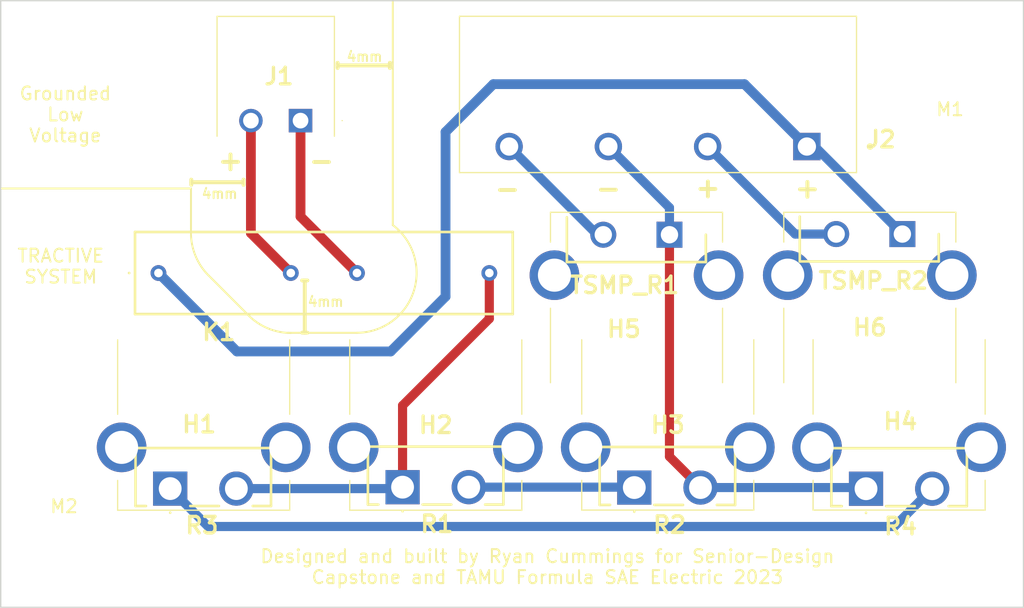
<source format=kicad_pcb>
(kicad_pcb (version 20211014) (generator pcbnew)
  (layers (0 "F.Cu" signal) (31 "B.Cu" signal) (34 "B.Paste" user) (35 "F.Paste" user) (36 "B.SilkS" user "B.Silkscreen") (37 "F.SilkS" user "F.Silkscreen") (38 "B.Mask" user) (39 "F.Mask" user) (44 "Edge.Cuts" user))
  (net 0 "")
  (net 9 "Net-(J1-Pad1)")
  (net 10 "Net-(J1-Pad2)")
  (net 11 "Net-(J2-Pad1)")
  (net 12 "Net-(J2-Pad2)")
  (net 13 "Net-(J2-Pad3)")
  (net 14 "Net-(J2-Pad4)")
  (net 15 "Net-(R1-Pad2)")
  (net 20 "Net-(K1-Pad4)")
  (net 21 "Net-(R3-Pad1)")
  (footprint "SAE Parts:TSMP" (layer "F.Cu") (at 161.91 68.07 180)
    (fp_text reference "TSMP_R1" (at 3.46 -3.87) (layer "F.SilkS") (effects (font (size 1.27 1.27) (thickness 0.254))))
    (fp_text value "TSMP" hide)
    (fp_line (start -2.795 -2.1) (end -2.795 0) (layer "F.SilkS") (width 0.2))
    (fp_line (start 7.875 1.34) (end 7.875 -2.1) (layer "F.SilkS") (width 0.2))
    (fp_line (start 7.875 -2.1) (end -2.795 -2.1) (layer "F.SilkS") (width 0.2))
    (pad "1" thru_hole rect (at 0 0 180) (size 1.995 1.995) (drill 1.33) (layers *.Cu *.Mask) (net 13 "Net-(J2-Pad3)"))
    (pad "2" thru_hole circle (at 5.08 0 180) (size 1.995 1.995) (drill 1.33) (layers *.Cu *.Mask) (net 14 "Net-(J2-Pad4)"))
  )
  (footprint "SAE Parts:Heatsink" (layer "F.Cu") (at 165.68 71.175 180)
    (fp_text reference "H5" (at 7.27 -4.135) (layer "F.SilkS") (effects (font (size 1.27 1.27) (thickness 0.254))))
    (fp_text value "Heatsink" hide)
    (fp_line (start -0.305 -2.54) (end -0.305 -8.255) (layer "F.SilkS") (width 0.1))
    (fp_line (start -0.305 4.825) (end 12.905 4.825) (layer "F.SilkS") (width 0.1))
    (fp_line (start 12.905 -8.255) (end 12.905 -2.54) (layer "F.SilkS") (width 0.1))
    (fp_line (start -0.305 2.54) (end -0.305 4.825) (layer "F.SilkS") (width 0.1))
    (fp_line (start 12.905 4.825) (end 12.905 2.54) (layer "F.SilkS") (width 0.1))
    (pad "1" thru_hole circle (at 0 0 180) (size 3.81 3.81) (drill 2.54) (layers *.Cu *.Mask))
    (pad "2" thru_hole circle (at 12.6 0 180) (size 3.81 3.81) (drill 2.54) (layers *.Cu *.Mask))
  )
  (footprint "SAE Parts:Heatsink" (layer "F.Cu") (at 173.24 84.385)
    (fp_text reference "H4" (at 6.4 -1.975) (layer "F.SilkS") (effects (font (size 1.27 1.27) (thickness 0.254))))
    (fp_text value "Heatsink" hide)
    (fp_line (start -0.305 -2.54) (end -0.305 -8.255) (layer "F.SilkS") (width 0.1))
    (fp_line (start -0.305 4.825) (end 12.905 4.825) (layer "F.SilkS") (width 0.1))
    (fp_line (start 12.905 4.825) (end 12.905 2.54) (layer "F.SilkS") (width 0.1))
    (fp_line (start 12.905 -8.255) (end 12.905 -2.54) (layer "F.SilkS") (width 0.1))
    (fp_line (start -0.305 2.54) (end -0.305 4.825) (layer "F.SilkS") (width 0.1))
    (pad "1" thru_hole circle (at 0 0) (size 3.81 3.81) (drill 2.54) (layers *.Cu *.Mask))
    (pad "2" thru_hole circle (at 12.6 0) (size 3.81 3.81) (drill 2.54) (layers *.Cu *.Mask))
  )
  (footprint "SAE Parts:Heatsink" (layer "F.Cu") (at 119.85 84.395)
    (fp_text reference "H1" (at 5.95 -1.765) (layer "F.SilkS") (effects (font (size 1.27 1.27) (thickness 0.254))))
    (fp_text value "Heatsink" hide)
    (fp_line (start 12.905 -8.255) (end 12.905 -2.54) (layer "F.SilkS") (width 0.1))
    (fp_line (start -0.305 2.54) (end -0.305 4.825) (layer "F.SilkS") (width 0.1))
    (fp_line (start 12.905 4.825) (end 12.905 2.54) (layer "F.SilkS") (width 0.1))
    (fp_line (start -0.305 -2.54) (end -0.305 -8.255) (layer "F.SilkS") (width 0.1))
    (fp_line (start -0.305 4.825) (end 12.905 4.825) (layer "F.SilkS") (width 0.1))
    (pad "1" thru_hole circle (at 0 0) (size 3.81 3.81) (drill 2.54) (layers *.Cu *.Mask))
    (pad "2" thru_hole circle (at 12.6 0) (size 3.81 3.81) (drill 2.54) (layers *.Cu *.Mask))
  )
  (footprint "SAE Parts:Discharge Relay" (layer "F.Cu") (at 122.68 71.01)
    (fp_text reference "K1" (at 4.63 4.54) (layer "F.SilkS") (effects (font (size 1.27 1.27) (thickness 0.254))))
    (fp_text value "Discharge Relay" hide)
    (fp_line (start -2.3 0) (end -2.3 0) (layer "F.SilkS") (width 0.1))
    (fp_line (start 27.2 -3.15) (end 27.2 3.15) (layer "F.SilkS") (width 0.2))
    (fp_line (start -2.2 0) (end -2.2 0) (layer "F.SilkS") (width 0.1))
    (fp_line (start -1.8 -3.15) (end 27.2 -3.15) (layer "F.SilkS") (width 0.2))
    (fp_line (start 27.2 3.15) (end -1.8 3.15) (layer "F.SilkS") (width 0.2))
    (fp_line (start -1.8 3.15) (end -1.8 -3.15) (layer "F.SilkS") (width 0.2))
    (fp_arc (start -2.2 0) (mid -2.25 0.05) (end -2.3 0) (layer "F.SilkS") (width 0.1))
    (fp_arc (start -2.3 0) (mid -2.25 -0.05) (end -2.2 0) (layer "F.SilkS") (width 0.1))
    (pad "1" thru_hole circle (at 0 0) (size 1.21 1.21) (drill 0.66) (layers *.Cu *.Mask) (net 11 "Net-(J2-Pad1)"))
    (pad "2" thru_hole circle (at 10.16 0) (size 1.21 1.21) (drill 0.66) (layers *.Cu *.Mask) (net 10 "Net-(J1-Pad2)"))
    (pad "3" thru_hole circle (at 15.24 0) (size 1.21 1.21) (drill 0.66) (layers *.Cu *.Mask) (net 9 "Net-(J1-Pad1)"))
    (pad "4" thru_hole circle (at 25.4 0) (size 1.21 1.21) (drill 0.66) (layers *.Cu *.Mask) (net 20 "Net-(K1-Pad4)"))
  )
  (footprint "SAE Parts:MP2060" (layer "F.Cu") (at 141.42 87.45)
    (fp_text reference "R1" (at 2.64 2.83) (layer "F.SilkS") (effects (font (size 1.27 1.27) (thickness 0.254))))
    (fp_text value "MP2060" hide)
    (fp_line (start 7.74 1.335) (end 6.34 1.335) (layer "F.SilkS") (width 0.2))
    (fp_line (start 0 1.9) (end 0 1.9) (layer "F.SilkS") (width 0.1))
    (fp_line (start 0 1.8) (end 0 1.8) (layer "F.SilkS") (width 0.1))
    (fp_line (start -1.86 1.335) (end -2.66 1.335) (layer "F.SilkS") (width 0.2))
    (fp_line (start -2.66 -3.115) (end 7.745 -3.115) (layer "F.SilkS") (width 0.2))
    (fp_line (start 7.745 -3.115) (end 7.74 1.335) (layer "F.SilkS") (width 0.2))
    (fp_line (start -2.66 1.335) (end -2.66 -3.115) (layer "F.SilkS") (width 0.2))
    (fp_line (start 1.54 1.335) (end 3.74 1.335) (layer "F.SilkS") (width 0.2))
    (fp_arc (start 0 1.8) (mid 0.05 1.85) (end 0 1.9) (layer "F.SilkS") (width 0.1))
    (fp_arc (start 0 1.9) (mid -0.05 1.85) (end 0 1.8) (layer "F.SilkS") (width 0.1))
    (pad "1" thru_hole rect (at 0 0) (size 2.625 2.625) (drill 1.75) (layers *.Cu *.Mask) (net 20 "Net-(K1-Pad4)"))
    (pad "2" thru_hole circle (at 5.08 0) (size 2.625 2.625) (drill 1.75) (layers *.Cu *.Mask) (net 15 "Net-(R1-Pad2)"))
  )
  (footprint "MountingHole:MountingHole_3.2mm_M3" (layer "F.Cu") (at 183.44 55.73)
    (fp_text reference "M1" (at 0.01 2.71) (layer "F.SilkS"))
    (fp_text value "MountingHole")
    (pad "" np_thru_hole circle (at 0 0) (size 3.2 3.2) (drill 3.2) (layers *.Cu *.Mask))
  )
  (footprint "SAE Parts:TSMP" (layer "F.Cu") (at 179.79 68.02 180)
    (fp_text reference "TSMP_R2" (at 2.23 -3.58) (layer "F.SilkS") (effects (font (size 1.27 1.27) (thickness 0.254))))
    (fp_text value "TSMP" hide)
    (fp_line (start 7.875 1.34) (end 7.875 -2.1) (layer "F.SilkS") (width 0.2))
    (fp_line (start 7.875 -2.1) (end -2.795 -2.1) (layer "F.SilkS") (width 0.2))
    (fp_line (start -2.795 -2.1) (end -2.795 0) (layer "F.SilkS") (width 0.2))
    (pad "1" thru_hole rect (at 0 0 180) (size 1.995 1.995) (drill 1.33) (layers *.Cu *.Mask) (net 11 "Net-(J2-Pad1)"))
    (pad "2" thru_hole circle (at 5.08 0 180) (size 1.995 1.995) (drill 1.33) (layers *.Cu *.Mask) (net 12 "Net-(J2-Pad2)"))
  )
  (footprint "SAE Parts:Heatsink" (layer "F.Cu") (at 137.67 84.395)
    (fp_text reference "H2" (at 6.3 -1.715) (layer "F.SilkS") (effects (font (size 1.27 1.27) (thickness 0.254))))
    (fp_text value "Heatsink" hide)
    (fp_line (start -0.305 2.54) (end -0.305 4.825) (layer "F.SilkS") (width 0.1))
    (fp_line (start -0.305 -2.54) (end -0.305 -8.255) (layer "F.SilkS") (width 0.1))
    (fp_line (start 12.905 -8.255) (end 12.905 -2.54) (layer "F.SilkS") (width 0.1))
    (fp_line (start -0.305 4.825) (end 12.905 4.825) (layer "F.SilkS") (width 0.1))
    (fp_line (start 12.905 4.825) (end 12.905 2.54) (layer "F.SilkS") (width 0.1))
    (pad "1" thru_hole circle (at 0 0) (size 3.81 3.81) (drill 2.54) (layers *.Cu *.Mask))
    (pad "2" thru_hole circle (at 12.6 0) (size 3.81 3.81) (drill 2.54) (layers *.Cu *.Mask))
  )
  (footprint "SAE Parts:TS Connector" (layer "F.Cu") (at 172.46 61.3 180)
    (fp_text reference "J2" (at -5.7 0.55) (layer "F.SilkS") (effects (font (size 1.27 1.27) (thickness 0.254))))
    (fp_text value "TS_Connector" hide)
    (fp_line (start -3.81 -2) (end 26.67 -2) (layer "F.SilkS") (width 0.1))
    (fp_line (start 26.67 -2) (end 26.67 10) (layer "F.SilkS") (width 0.1))
    (fp_line (start -3.81 10) (end -3.81 -2) (layer "F.SilkS") (width 0.1))
    (fp_line (start 26.67 10) (end -3.81 10) (layer "F.SilkS") (width 0.1))
    (fp_circle (center -4.85 0) (end -4.85 0.05) (layer "F.SilkS") (width 0.2) (fill none))
    (pad "1" thru_hole rect (at 0 0 180) (size 2.1 2.1) (drill 1.4) (layers *.Cu *.Mask) (net 11 "Net-(J2-Pad1)"))
    (pad "2" thru_hole circle (at 7.62 0 180) (size 2.1 2.1) (drill 1.4) (layers *.Cu *.Mask) (net 12 "Net-(J2-Pad2)"))
    (pad "3" thru_hole circle (at 15.24 0 180) (size 2.1 2.1) (drill 1.4) (layers *.Cu *.Mask) (net 13 "Net-(J2-Pad3)"))
    (pad "4" thru_hole circle (at 22.86 0 180) (size 2.1 2.1) (drill 1.4) (layers *.Cu *.Mask) (net 14 "Net-(J2-Pad4)"))
  )
  (footprint "SAE Parts:Heatsink" (layer "F.Cu") (at 183.59 71.175 180)
    (fp_text reference "H6" (at 6.3 -4.015) (layer "F.SilkS") (effects (font (size 1.27 1.27) (thickness 0.254))))
    (fp_text value "Heatsink" hide)
    (fp_line (start -0.305 -2.54) (end -0.305 -8.255) (layer "F.SilkS") (width 0.1))
    (fp_line (start -0.305 2.54) (end -0.305 4.825) (layer "F.SilkS") (width 0.1))
    (fp_line (start 12.905 4.825) (end 12.905 2.54) (layer "F.SilkS") (width 0.1))
    (fp_line (start 12.905 -8.255) (end 12.905 -2.54) (layer "F.SilkS") (width 0.1))
    (fp_line (start -0.305 4.825) (end 12.905 4.825) (layer "F.SilkS") (width 0.1))
    (pad "1" thru_hole circle (at 0 0 180) (size 3.81 3.81) (drill 2.54) (layers *.Cu *.Mask))
    (pad "2" thru_hole circle (at 12.6 0 180) (size 3.81 3.81) (drill 2.54) (layers *.Cu *.Mask))
  )
  (footprint "SAE Parts:MP2060" (layer "F.Cu") (at 177 87.57)
    (fp_text reference "R4" (at 2.65 2.89) (layer "F.SilkS") (effects (font (size 1.27 1.27) (thickness 0.254))))
    (fp_text value "MP2060" hide)
    (fp_line (start 0 1.8) (end 0 1.8) (layer "F.SilkS") (width 0.1))
    (fp_line (start 7.74 1.335) (end 6.34 1.335) (layer "F.SilkS") (width 0.2))
    (fp_line (start 7.745 -3.115) (end 7.74 1.335) (layer "F.SilkS") (width 0.2))
    (fp_line (start -2.66 1.335) (end -2.66 -3.115) (layer "F.SilkS") (width 0.2))
    (fp_line (start 0 1.9) (end 0 1.9) (layer "F.SilkS") (width 0.1))
    (fp_line (start -2.66 -3.115) (end 7.745 -3.115) (layer "F.SilkS") (width 0.2))
    (fp_line (start -1.86 1.335) (end -2.66 1.335) (layer "F.SilkS") (width 0.2))
    (fp_line (start 1.54 1.335) (end 3.74 1.335) (layer "F.SilkS") (width 0.2))
    (fp_arc (start 0 1.8) (mid 0.05 1.85) (end 0 1.9) (layer "F.SilkS") (width 0.1))
    (fp_arc (start 0 1.9) (mid -0.05 1.85) (end 0 1.8) (layer "F.SilkS") (width 0.1))
    (pad "1" thru_hole rect (at 0 0) (size 2.625 2.625) (drill 1.75) (layers *.Cu *.Mask) (net 13 "Net-(J2-Pad3)"))
    (pad "2" thru_hole circle (at 5.08 0) (size 2.625 2.625) (drill 1.75) (layers *.Cu *.Mask) (net 21 "Net-(R3-Pad1)"))
  )
  (footprint "SAE Parts:MP2060" (layer "F.Cu") (at 123.58 87.56)
    (fp_text reference "R3" (at 2.44 2.83) (layer "F.SilkS") (effects (font (size 1.27 1.27) (thickness 0.254))))
    (fp_text value "MP2060" hide)
    (fp_line (start -2.66 -3.115) (end 7.745 -3.115) (layer "F.SilkS") (width 0.2))
    (fp_line (start -2.66 1.335) (end -2.66 -3.115) (layer "F.SilkS") (width 0.2))
    (fp_line (start 7.745 -3.115) (end 7.74 1.335) (layer "F.SilkS") (width 0.2))
    (fp_line (start 0 1.9) (end 0 1.9) (layer "F.SilkS") (width 0.1))
    (fp_line (start 0 1.8) (end 0 1.8) (layer "F.SilkS") (width 0.1))
    (fp_line (start 7.74 1.335) (end 6.34 1.335) (layer "F.SilkS") (width 0.2))
    (fp_line (start 1.54 1.335) (end 3.74 1.335) (layer "F.SilkS") (width 0.2))
    (fp_line (start -1.86 1.335) (end -2.66 1.335) (layer "F.SilkS") (width 0.2))
    (fp_arc (start 0 1.8) (mid 0.05 1.85) (end 0 1.9) (layer "F.SilkS") (width 0.1))
    (fp_arc (start 0 1.9) (mid -0.05 1.85) (end 0 1.8) (layer "F.SilkS") (width 0.1))
    (pad "1" thru_hole rect (at 0 0) (size 2.625 2.625) (drill 1.75) (layers *.Cu *.Mask) (net 21 "Net-(R3-Pad1)"))
    (pad "2" thru_hole circle (at 5.08 0) (size 2.625 2.625) (drill 1.75) (layers *.Cu *.Mask) (net 20 "Net-(K1-Pad4)"))
  )
  (footprint "MountingHole:MountingHole_3.2mm_M3" (layer "F.Cu") (at 115.4 91.54)
    (fp_text reference "M2" (at 0.03 -2.62) (layer "F.SilkS"))
    (fp_text value "MountingHole")
    (pad "" np_thru_hole circle (at 0 0) (size 3.2 3.2) (drill 3.2) (layers *.Cu *.Mask))
  )
  (footprint "SAE Parts:MP2060" (layer "F.Cu") (at 159.21 87.48)
    (fp_text reference "R2" (at 2.71 2.87) (layer "F.SilkS") (effects (font (size 1.27 1.27) (thickness 0.254))))
    (fp_text value "MP2060" hide)
    (fp_line (start 0 1.8) (end 0 1.8) (layer "F.SilkS") (width 0.1))
    (fp_line (start -2.66 1.335) (end -2.66 -3.115) (layer "F.SilkS") (width 0.2))
    (fp_line (start 7.745 -3.115) (end 7.74 1.335) (layer "F.SilkS") (width 0.2))
    (fp_line (start -2.66 -3.115) (end 7.745 -3.115) (layer "F.SilkS") (width 0.2))
    (fp_line (start 7.74 1.335) (end 6.34 1.335) (layer "F.SilkS") (width 0.2))
    (fp_line (start 1.54 1.335) (end 3.74 1.335) (layer "F.SilkS") (width 0.2))
    (fp_line (start 0 1.9) (end 0 1.9) (layer "F.SilkS") (width 0.1))
    (fp_line (start -1.86 1.335) (end -2.66 1.335) (layer "F.SilkS") (width 0.2))
    (fp_arc (start 0 1.9) (mid -0.05 1.85) (end 0 1.8) (layer "F.SilkS") (width 0.1))
    (fp_arc (start 0 1.8) (mid 0.05 1.85) (end 0 1.9) (layer "F.SilkS") (width 0.1))
    (pad "1" thru_hole rect (at 0 0) (size 2.625 2.625) (drill 1.75) (layers *.Cu *.Mask) (net 15 "Net-(R1-Pad2)"))
    (pad "2" thru_hole circle (at 5.08 0) (size 2.625 2.625) (drill 1.75) (layers *.Cu *.Mask) (net 13 "Net-(J2-Pad3)"))
  )
  (footprint "SAE Parts:Heatsink" (layer "F.Cu") (at 155.48 84.385)
    (fp_text reference "H3" (at 6.3 -1.715) (layer "F.SilkS") (effects (font (size 1.27 1.27) (thickness 0.254))))
    (fp_text value "Heatsink" hide)
    (fp_line (start -0.305 2.54) (end -0.305 4.825) (layer "F.SilkS") (width 0.1))
    (fp_line (start -0.305 -2.54) (end -0.305 -8.255) (layer "F.SilkS") (width 0.1))
    (fp_line (start 12.905 -8.255) (end 12.905 -2.54) (layer "F.SilkS") (width 0.1))
    (fp_line (start 12.905 4.825) (end 12.905 2.54) (layer "F.SilkS") (width 0.1))
    (fp_line (start -0.305 4.825) (end 12.905 4.825) (layer "F.SilkS") (width 0.1))
    (pad "1" thru_hole circle (at 0 0) (size 3.81 3.81) (drill 2.54) (layers *.Cu *.Mask))
    (pad "2" thru_hole circle (at 12.6 0) (size 3.81 3.81) (drill 2.54) (layers *.Cu *.Mask))
  )
  (footprint "SAE Parts:LV Conn" (layer "F.Cu") (at 133.5875 59.31 180)
    (fp_text reference "J1" (at 1.657 3.4 180) (layer "F.SilkS") (effects (font (size 1.27 1.27) (thickness 0.254))))
    (fp_text value "LV_Connector" hide)
    (fp_line (start -3.22 0) (end -3.22 0) (layer "F.SilkS") (width 0.05))
    (fp_line (start 6.41 8) (end -2.6 8) (layer "F.SilkS") (width 0.1))
    (fp_line (start 6.41 -1.2) (end 6.41 8) (layer "F.SilkS") (width 0.1))
    (fp_line (start -3.17 0) (end -3.17 0) (layer "F.SilkS") (width 0.05))
    (fp_line (start -2.6 8) (end -2.6 -1.2) (layer "F.SilkS") (width 0.1))
    (fp_arc (start -3.17 0) (mid -3.195 0.025) (end -3.22 0) (layer "F.SilkS") (width 0.05))
    (fp_arc (start -3.22 0) (mid -3.195 -0.025) (end -3.17 0) (layer "F.SilkS") (width 0.05))
    (pad "1" thru_hole rect (at 0 0 180) (size 1.8 1.8) (drill 1.2) (layers *.Cu *.Mask) (net 9 "Net-(J1-Pad1)"))
    (pad "2" thru_hole circle (at 3.81 0 180) (size 1.8 1.8) (drill 1.2) (layers *.Cu *.Mask) (net 10 "Net-(J1-Pad2)"))
  )
  (gr_line (start 137.93 75.599999) (end 132.62 75.599999) (layer "F.SilkS") (width 0.15))
  (gr_line (start 125.175522 64.52) (end 110.59 64.52) (layer "F.SilkS") (width 0.15))
  (gr_line (start 129.596433 74.263567) (end 126.53 71.197134) (layer "F.SilkS") (width 0.15))
  (gr_arc (start 126.53 71.2) (mid 125.527539 69.699711) (end 125.175522 67.93) (layer "F.SilkS") (width 0.15))
  (gr_line (start 134.11 71.58) (end 133.71 71.58) (layer "F.SilkS") (width 0.3))
  (gr_arc (start 140.67 67.33) (mid 142.264587 72.446437) (end 137.929986 75.597923) (layer "F.SilkS") (width 0.15))
  (gr_line (start 125.175522 67.93) (end 125.175522 64.52) (layer "F.SilkS") (width 0.15))
  (gr_line (start 140.67 67.33) (end 140.67 50.13) (layer "F.SilkS") (width 0.15))
  (gr_line (start 136.435 54.87) (end 136.435 55.27) (layer "F.SilkS") (width 0.3))
  (gr_line (start 125.2 64.24) (end 125.2 63.84) (layer "F.SilkS") (width 0.3))
  (gr_arc (start 132.85 75.611239) (mid 131.089182 75.260991) (end 129.596433 74.263567) (layer "F.SilkS") (width 0.15))
  (gr_line (start 136.435 55.07) (end 140.445 55.07) (layer "F.SilkS") (width 0.3))
  (gr_line (start 133.91 71.58) (end 133.91 75.59) (layer "F.SilkS") (width 0.3))
  (gr_line (start 129.21 64.04) (end 125.2 64.04) (layer "F.SilkS") (width 0.3))
  (gr_line (start 129.21 64.24) (end 129.21 63.84) (layer "F.SilkS") (width 0.3))
  (gr_line (start 140.445 54.87) (end 140.445 55.27) (layer "F.SilkS") (width 0.3))
  (gr_line (start 134.11 75.59) (end 133.71 75.59) (layer "F.SilkS") (width 0.3))
  (gr_rect (start 110.57 50.1) (end 189.09 96.68) (layer "Edge.Cuts") (width 0.1) (fill none))
  (gr_text "-" (at 149.47 64.53) (layer "F.SilkS") (effects (font (size 1.5 1.5) (thickness 0.3))))
  (gr_text "Grounded\nLow\nVoltage" (at 115.53 58.84) (layer "F.SilkS") (effects (font (size 1 1))))
  (gr_text "TRACTIVE\nSYSTEM" (at 115.18 70.49) (layer "F.SilkS") (effects (font (size 1 1))))
  (gr_text "+" (at 128.21 62.37) (layer "F.SilkS") (effects (font (size 1.5 1.5) (thickness 0.3))))
  (gr_text "Designed and built by Ryan Cummings for Senior-Design\nCapstone and TAMU Formula SAE Electric 2023" (at 152.54 93.56) (layer "F.SilkS") (effects (font (size 1 1))))
  (gr_text "-" (at 135.2 62.38) (layer "F.SilkS") (effects (font (size 1.5 1.5) (thickness 0.3))))
  (gr_text "4mm" (at 138.505 54.4) (layer "F.SilkS") (effects (font (size 0.75 0.75))))
  (gr_text "4mm" (at 127.38 64.92) (layer "F.SilkS") (effects (font (size 0.75 0.75))))
  (gr_text "+" (at 164.86 64.45) (layer "F.SilkS") (effects (font (size 1.5 1.5) (thickness 0.3))))
  (gr_text "-" (at 157.22 64.51) (layer "F.SilkS") (effects (font (size 1.5 1.5) (thickness 0.3))))
  (gr_text "+" (at 172.5 64.48) (layer "F.SilkS") (effects (font (size 1.5 1.5) (thickness 0.3))))
  (gr_text "4mm" (at 135.52 73.21) (layer "F.SilkS") (effects (font (size 0.75 0.75))))
  (segment (start 133.5875 66.6775) (end 137.92 71.01) (width 0.75) (layer "F.Cu") (net 9))
  (segment (start 133.5875 59.31) (end 133.5875 66.6775) (width 0.75) (layer "F.Cu") (net 9))
  (segment (start 129.7775 67.9475) (end 132.84 71.01) (width 0.75) (layer "F.Cu") (net 10))
  (segment (start 129.7775 59.31) (end 129.7775 67.9475) (width 0.75) (layer "F.Cu") (net 10))
  (segment (start 144.72 60.18) (end 148.39 56.51) (width 0.75) (layer "B.Cu") (net 11))
  (segment (start 172.46 61.3) (end 173.07 61.3) (width 0.7) (layer "B.Cu") (net 11))
  (segment (start 122.68 71.01) (end 128.7 77.03) (width 0.75) (layer "B.Cu") (net 11))
  (segment (start 167.67 56.51) (end 172.46 61.3) (width 0.75) (layer "B.Cu") (net 11))
  (segment (start 144.72 72.82) (end 144.72 60.18) (width 0.75) (layer "B.Cu") (net 11))
  (segment (start 140.51 77.03) (end 144.72 72.82) (width 0.75) (layer "B.Cu") (net 11))
  (segment (start 173.07 61.3) (end 179.79 68.02) (width 0.7) (layer "B.Cu") (net 11))
  (segment (start 148.39 56.51) (end 167.67 56.51) (width 0.75) (layer "B.Cu") (net 11))
  (segment (start 128.7 77.03) (end 140.51 77.03) (width 0.75) (layer "B.Cu") (net 11))
  (segment (start 171.56 68.02) (end 164.84 61.3) (width 0.7) (layer "B.Cu") (net 12))
  (segment (start 174.71 68.02) (end 171.56 68.02) (width 0.7) (layer "B.Cu") (net 12))
  (segment (start 161.91 85.1) (end 161.91 68.07) (width 0.7) (layer "F.Cu") (net 13))
  (segment (start 164.29 87.48) (end 161.91 85.1) (width 0.7) (layer "F.Cu") (net 13))
  (segment (start 164.29 87.48) (end 176.91 87.48) (width 0.7) (layer "B.Cu") (net 13))
  (segment (start 157.22 61.3) (end 161.91 65.99) (width 0.7) (layer "B.Cu") (net 13))
  (segment (start 161.91 65.99) (end 161.91 68.07) (width 0.7) (layer "B.Cu") (net 13))
  (segment (start 176.91 87.48) (end 177 87.57) (width 0.5) (layer "B.Cu") (net 13))
  (segment (start 156.37 68.07) (end 156.83 68.07) (width 0.7) (layer "B.Cu") (net 14))
  (segment (start 149.6 61.3) (end 156.37 68.07) (width 0.7) (layer "B.Cu") (net 14))
  (segment (start 146.5 87.45) (end 159.18 87.45) (width 0.7) (layer "B.Cu") (net 15))
  (segment (start 159.18 87.45) (end 159.21 87.48) (width 0.5) (layer "B.Cu") (net 15))
  (segment (start 141.42 81.18) (end 148.08 74.52) (width 0.7) (layer "F.Cu") (net 20))
  (segment (start 141.42 87.45) (end 141.42 81.18) (width 0.7) (layer "F.Cu") (net 20))
  (segment (start 148.08 74.52) (end 148.08 71.01) (width 0.7) (layer "F.Cu") (net 20))
  (segment (start 128.66 87.56) (end 141.31 87.56) (width 0.7) (layer "B.Cu") (net 20))
  (segment (start 141.31 87.56) (end 141.42 87.45) (width 0.5) (layer "B.Cu") (net 20))
  (segment (start 179.18 90.47) (end 126.49 90.47) (width 0.7) (layer "B.Cu") (net 21))
  (segment (start 182.08 87.57) (end 179.18 90.47) (width 0.7) (layer "B.Cu") (net 21))
  (segment (start 126.49 90.47) (end 123.58 87.56) (width 0.7) (layer "B.Cu") (net 21))
)
</source>
